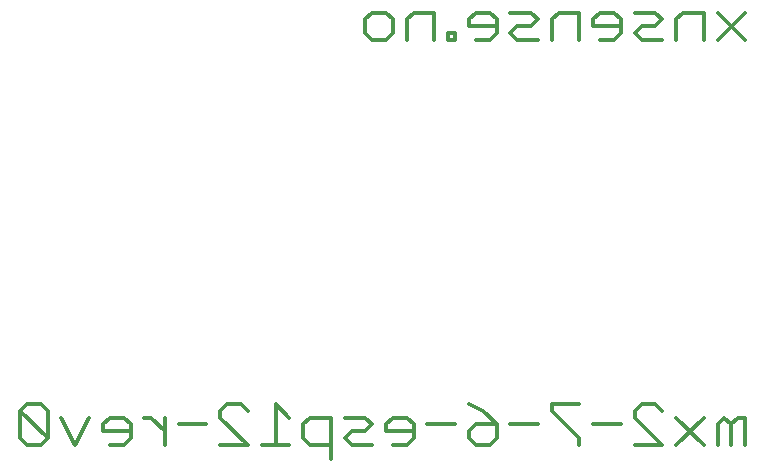
<source format=gbo>
G75*
%MOIN*%
%OFA0B0*%
%FSLAX25Y25*%
%IPPOS*%
%LPD*%
%AMOC8*
5,1,8,0,0,1.08239X$1,22.5*
%
%ADD10C,0.01200*%
D10*
X0012306Y0074533D02*
X0016910Y0074533D01*
X0019212Y0076835D01*
X0010004Y0086043D01*
X0010004Y0076835D01*
X0012306Y0074533D01*
X0019212Y0076835D02*
X0019212Y0086043D01*
X0016910Y0088345D01*
X0012306Y0088345D01*
X0010004Y0086043D01*
X0023816Y0083741D02*
X0028420Y0074533D01*
X0033024Y0083741D01*
X0037628Y0081439D02*
X0037628Y0079137D01*
X0046836Y0079137D01*
X0046836Y0076835D02*
X0046836Y0081439D01*
X0044534Y0083741D01*
X0039930Y0083741D01*
X0037628Y0081439D01*
X0039930Y0074533D02*
X0044534Y0074533D01*
X0046836Y0076835D01*
X0051439Y0083741D02*
X0053741Y0083741D01*
X0058345Y0079137D01*
X0058345Y0074533D02*
X0058345Y0083741D01*
X0062949Y0081439D02*
X0072157Y0081439D01*
X0076761Y0083741D02*
X0076761Y0086043D01*
X0079063Y0088345D01*
X0083667Y0088345D01*
X0085969Y0086043D01*
X0076761Y0083741D02*
X0085969Y0074533D01*
X0076761Y0074533D01*
X0090573Y0074533D02*
X0099781Y0074533D01*
X0095177Y0074533D02*
X0095177Y0088345D01*
X0099781Y0083741D01*
X0104385Y0081439D02*
X0104385Y0076835D01*
X0106687Y0074533D01*
X0113593Y0074533D01*
X0113593Y0069929D02*
X0113593Y0083741D01*
X0106687Y0083741D01*
X0104385Y0081439D01*
X0118196Y0083741D02*
X0125102Y0083741D01*
X0127404Y0081439D01*
X0125102Y0079137D01*
X0120498Y0079137D01*
X0118196Y0076835D01*
X0120498Y0074533D01*
X0127404Y0074533D01*
X0132008Y0079137D02*
X0141216Y0079137D01*
X0141216Y0076835D02*
X0141216Y0081439D01*
X0138914Y0083741D01*
X0134310Y0083741D01*
X0132008Y0081439D01*
X0132008Y0079137D01*
X0134310Y0074533D02*
X0138914Y0074533D01*
X0141216Y0076835D01*
X0145820Y0081439D02*
X0155028Y0081439D01*
X0159632Y0079137D02*
X0159632Y0076835D01*
X0161934Y0074533D01*
X0166538Y0074533D01*
X0168840Y0076835D01*
X0168840Y0081439D01*
X0161934Y0081439D01*
X0159632Y0079137D01*
X0164236Y0086043D02*
X0159632Y0088345D01*
X0164236Y0086043D02*
X0168840Y0081439D01*
X0173444Y0081439D02*
X0182652Y0081439D01*
X0187255Y0086043D02*
X0196463Y0076835D01*
X0196463Y0074533D01*
X0201067Y0081439D02*
X0210275Y0081439D01*
X0214879Y0083741D02*
X0214879Y0086043D01*
X0217181Y0088345D01*
X0221785Y0088345D01*
X0224087Y0086043D01*
X0228691Y0083741D02*
X0237899Y0074533D01*
X0242503Y0074533D02*
X0242503Y0081439D01*
X0244805Y0083741D01*
X0247107Y0081439D01*
X0247107Y0074533D01*
X0251711Y0074533D02*
X0251711Y0083741D01*
X0249409Y0083741D01*
X0247107Y0081439D01*
X0237899Y0083741D02*
X0228691Y0074533D01*
X0224087Y0074533D02*
X0214879Y0083741D01*
X0214879Y0074533D02*
X0224087Y0074533D01*
X0196463Y0088345D02*
X0187255Y0088345D01*
X0187255Y0086043D01*
X0187255Y0209533D02*
X0187255Y0216439D01*
X0189557Y0218741D01*
X0196463Y0218741D01*
X0196463Y0209533D01*
X0201067Y0214137D02*
X0210275Y0214137D01*
X0210275Y0216439D02*
X0207973Y0218741D01*
X0203369Y0218741D01*
X0201067Y0216439D01*
X0201067Y0214137D01*
X0203369Y0209533D02*
X0207973Y0209533D01*
X0210275Y0211835D01*
X0210275Y0216439D01*
X0214879Y0218741D02*
X0221785Y0218741D01*
X0224087Y0216439D01*
X0221785Y0214137D01*
X0217181Y0214137D01*
X0214879Y0211835D01*
X0217181Y0209533D01*
X0224087Y0209533D01*
X0228691Y0209533D02*
X0228691Y0216439D01*
X0230993Y0218741D01*
X0237899Y0218741D01*
X0237899Y0209533D01*
X0242503Y0209533D02*
X0251711Y0218741D01*
X0251711Y0209533D02*
X0242503Y0218741D01*
X0182652Y0216439D02*
X0180350Y0218741D01*
X0173444Y0218741D01*
X0175746Y0214137D02*
X0180350Y0214137D01*
X0182652Y0216439D01*
X0182652Y0209533D02*
X0175746Y0209533D01*
X0173444Y0211835D01*
X0175746Y0214137D01*
X0168840Y0214137D02*
X0159632Y0214137D01*
X0159632Y0216439D01*
X0161934Y0218741D01*
X0166538Y0218741D01*
X0168840Y0216439D01*
X0168840Y0211835D01*
X0166538Y0209533D01*
X0161934Y0209533D01*
X0155028Y0209533D02*
X0152726Y0209533D01*
X0152726Y0211835D01*
X0155028Y0211835D01*
X0155028Y0209533D01*
X0148122Y0209533D02*
X0148122Y0218741D01*
X0141216Y0218741D01*
X0138914Y0216439D01*
X0138914Y0209533D01*
X0134310Y0211835D02*
X0132008Y0209533D01*
X0127404Y0209533D01*
X0125102Y0211835D01*
X0125102Y0216439D01*
X0127404Y0218741D01*
X0132008Y0218741D01*
X0134310Y0216439D01*
X0134310Y0211835D01*
M02*

</source>
